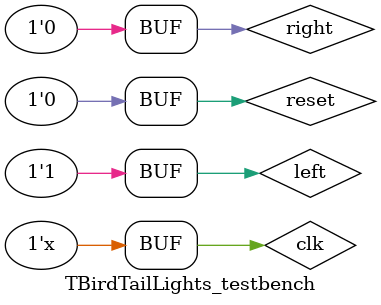
<source format=sv>
`timescale 1ns / 1ps


module TBirdTailLights_testbench();
    logic clk = 1'b0;
    logic reset;
    logic left, right;
    logic la, lb, lc, ra, rb, rc;
    
    parameter Time_Period = 10;
    
    // creates clock with a 1ms period
    always #(Time_Period/2) clk = ~clk;

    // instantiates devices under test
    TBirdTailLights DUT(.clk(clk), 
                        .reset(reset), 
                        .right(right),
                        .left(left),
                        .la(la),
                        .lb(lb),
                        .lc(lc),
                        .ra(ra),
                        .rb(rb),
                        .rc(rc));
    
    initial begin
        reset = 1;
        #10
        reset = 0; right = 1;
        #10
        right = 0; left = 1;
    end
    
endmodule

</source>
